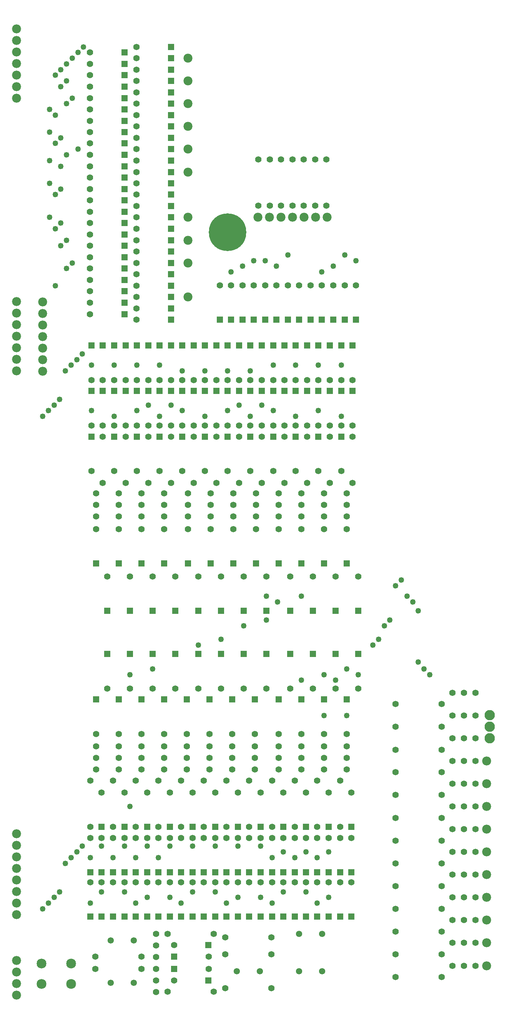
<source format=gts>
G04 MADE WITH FRITZING*
G04 WWW.FRITZING.ORG*
G04 DOUBLE SIDED*
G04 HOLES PLATED*
G04 CONTOUR ON CENTER OF CONTOUR VECTOR*
%ASAXBY*%
%FSLAX23Y23*%
%MOIN*%
%OFA0B0*%
%SFA1.0B1.0*%
%ADD10C,0.085000*%
%ADD11C,0.049370*%
%ADD12C,0.324961*%
%ADD13C,0.054444*%
%ADD14C,0.055000*%
%ADD15C,0.077559*%
%ADD16C,0.089370*%
%ADD17R,0.056000X0.056000*%
%LNMASK1*%
G90*
G70*
G54D10*
X597Y263D03*
X341Y263D03*
X597Y440D03*
X341Y440D03*
G54D11*
X3608Y3048D03*
G54D12*
X1955Y6769D03*
G54D11*
X2280Y6523D03*
X3067Y6523D03*
X2476Y6572D03*
X2378Y6474D03*
X2545Y5174D03*
X2152Y5174D03*
X2742Y5224D03*
X1561Y5224D03*
X1758Y5174D03*
X2349Y5224D03*
X1167Y5224D03*
X1364Y5174D03*
X1955Y5224D03*
X774Y5224D03*
X971Y5174D03*
X3461Y3757D03*
X1699Y3196D03*
G54D13*
X2575Y371D03*
X2775Y371D03*
X2575Y696D03*
X2775Y696D03*
X2034Y371D03*
X2234Y371D03*
X941Y273D03*
X1141Y273D03*
X941Y637D03*
X1141Y637D03*
G54D14*
X3904Y420D03*
X4004Y420D03*
X4104Y420D03*
X3904Y1798D03*
X4004Y1798D03*
X4104Y1798D03*
X1010Y4507D03*
X1010Y4407D03*
X1010Y4307D03*
X2791Y2120D03*
X2791Y2220D03*
X2791Y2320D03*
X3904Y814D03*
X4004Y814D03*
X4104Y814D03*
X3904Y2192D03*
X4004Y2192D03*
X4104Y2192D03*
X1404Y4507D03*
X1404Y4407D03*
X1404Y4307D03*
X2398Y2120D03*
X2398Y2220D03*
X2398Y2320D03*
X3904Y617D03*
X4004Y617D03*
X4104Y617D03*
X3904Y1995D03*
X4004Y1995D03*
X4104Y1995D03*
X1207Y4507D03*
X1207Y4407D03*
X1207Y4307D03*
X2595Y2120D03*
X2595Y2220D03*
X2595Y2320D03*
X3904Y1602D03*
X4004Y1602D03*
X4104Y1602D03*
X813Y4507D03*
X813Y4407D03*
X813Y4307D03*
X2988Y2120D03*
X2988Y2220D03*
X2988Y2320D03*
X3904Y1208D03*
X4004Y1208D03*
X4104Y1208D03*
X3904Y2586D03*
X4004Y2586D03*
X4104Y2586D03*
X1807Y4507D03*
X1807Y4407D03*
X1807Y4307D03*
X1994Y2120D03*
X1994Y2220D03*
X1994Y2320D03*
X2201Y4507D03*
X2201Y4407D03*
X2201Y4307D03*
X1601Y2120D03*
X1601Y2220D03*
X1601Y2320D03*
X3904Y1405D03*
X4004Y1405D03*
X4104Y1405D03*
X3904Y2783D03*
X4004Y2783D03*
X4104Y2783D03*
X2004Y4507D03*
X2004Y4407D03*
X2004Y4307D03*
X1797Y2120D03*
X1797Y2220D03*
X1797Y2320D03*
X3904Y1011D03*
X4004Y1011D03*
X4104Y1011D03*
X3904Y2389D03*
X4004Y2389D03*
X4104Y2389D03*
X1610Y4507D03*
X1610Y4407D03*
X1610Y4307D03*
X2191Y2120D03*
X2191Y2220D03*
X2191Y2320D03*
X2398Y4507D03*
X2398Y4407D03*
X2398Y4307D03*
X1404Y2120D03*
X1404Y2220D03*
X1404Y2320D03*
X2595Y4507D03*
X2595Y4407D03*
X2595Y4307D03*
X1207Y2120D03*
X1207Y2220D03*
X1207Y2320D03*
X2791Y4507D03*
X2791Y4407D03*
X2791Y4307D03*
X1010Y2120D03*
X1010Y2220D03*
X1010Y2320D03*
X2988Y4507D03*
X2988Y4407D03*
X2988Y4307D03*
X813Y2120D03*
X813Y2220D03*
X813Y2320D03*
X1335Y191D03*
X1335Y291D03*
X1335Y391D03*
X1335Y496D03*
X1335Y596D03*
X1335Y696D03*
X1207Y3902D03*
X1207Y4200D03*
X1305Y3491D03*
X1305Y3789D03*
X2693Y3117D03*
X2693Y2819D03*
X1610Y3902D03*
X1610Y4200D03*
X1699Y3491D03*
X1699Y3789D03*
X2289Y3117D03*
X2289Y2819D03*
X813Y3902D03*
X813Y4200D03*
X912Y3491D03*
X912Y3789D03*
X3087Y3117D03*
X3087Y2819D03*
X2004Y3902D03*
X2004Y4200D03*
X2093Y3491D03*
X2093Y3789D03*
X1896Y3117D03*
X1896Y2819D03*
X2398Y3902D03*
X2398Y4200D03*
X2496Y3491D03*
X2496Y3789D03*
X1502Y3117D03*
X1502Y2819D03*
X2791Y3902D03*
X2791Y4200D03*
X2890Y3491D03*
X2890Y3789D03*
X1108Y3117D03*
X1108Y2819D03*
X2595Y2724D03*
X2595Y2426D03*
X2988Y2724D03*
X2988Y2426D03*
X1797Y2724D03*
X1797Y2426D03*
X2191Y2724D03*
X2191Y2426D03*
X1404Y2724D03*
X1404Y2426D03*
X1010Y2724D03*
X1010Y2426D03*
X2939Y5000D03*
X2939Y4702D03*
X862Y1621D03*
X862Y1919D03*
X2152Y5000D03*
X2152Y4702D03*
X1650Y1621D03*
X1650Y1919D03*
X1758Y5000D03*
X1758Y4702D03*
X2043Y1621D03*
X2043Y1919D03*
X2545Y5000D03*
X2545Y4702D03*
X1256Y1621D03*
X1256Y1919D03*
X2595Y3902D03*
X2595Y4200D03*
X2693Y3491D03*
X2693Y3789D03*
X1305Y3117D03*
X1305Y2819D03*
X1807Y3902D03*
X1807Y4200D03*
X1896Y3491D03*
X1896Y3789D03*
X2093Y3117D03*
X2093Y2819D03*
X1404Y3902D03*
X1404Y4200D03*
X1502Y3491D03*
X1502Y3789D03*
X2496Y3117D03*
X2496Y2819D03*
X2201Y3902D03*
X2201Y4200D03*
X2289Y3491D03*
X2289Y3789D03*
X1699Y3117D03*
X1699Y2819D03*
X1010Y3902D03*
X1010Y4200D03*
X1108Y3491D03*
X1108Y3789D03*
X2890Y3117D03*
X2890Y2819D03*
X2988Y3902D03*
X2988Y4200D03*
X3087Y3491D03*
X3087Y3789D03*
X912Y3117D03*
X912Y2819D03*
X2791Y2724D03*
X2791Y2426D03*
X2398Y2724D03*
X2398Y2426D03*
X1994Y2724D03*
X1994Y2426D03*
X1601Y2724D03*
X1601Y2426D03*
X1207Y2724D03*
X1207Y2426D03*
X813Y2724D03*
X813Y2426D03*
X2742Y5000D03*
X2742Y4702D03*
X1059Y1621D03*
X1059Y1919D03*
X971Y5000D03*
X971Y4702D03*
X2831Y1621D03*
X2831Y1919D03*
X1364Y5000D03*
X1364Y4702D03*
X2437Y1621D03*
X2437Y1919D03*
X2349Y5000D03*
X2349Y4702D03*
X1453Y1621D03*
X1453Y1919D03*
X774Y5000D03*
X774Y4702D03*
X3028Y1621D03*
X3028Y1919D03*
X1561Y5000D03*
X1561Y4702D03*
X2240Y1621D03*
X2240Y1919D03*
X1955Y5000D03*
X1955Y4702D03*
X1847Y1621D03*
X1847Y1919D03*
X1167Y5000D03*
X1167Y4702D03*
X2634Y1621D03*
X2634Y1919D03*
X2250Y5787D03*
X2250Y5489D03*
X2772Y6011D03*
X2772Y6309D03*
X2250Y5394D03*
X2250Y5096D03*
X1463Y6798D03*
X1165Y6798D03*
X1059Y6848D03*
X761Y6848D03*
X1551Y1227D03*
X1551Y1525D03*
X1167Y5787D03*
X1167Y5489D03*
X1167Y5394D03*
X1167Y5096D03*
X1463Y7881D03*
X1165Y7881D03*
X1059Y7930D03*
X761Y7930D03*
X2634Y1227D03*
X2634Y1525D03*
X1758Y5787D03*
X1758Y5489D03*
X1758Y5394D03*
X1758Y5096D03*
X1463Y7290D03*
X1165Y7290D03*
X1059Y7340D03*
X761Y7340D03*
X2043Y1227D03*
X2043Y1525D03*
X971Y5787D03*
X971Y5489D03*
X971Y5394D03*
X971Y5096D03*
X1463Y8078D03*
X1165Y8078D03*
X1059Y8127D03*
X761Y8127D03*
X2831Y1227D03*
X2831Y1525D03*
X2545Y5787D03*
X2545Y5489D03*
X2378Y6011D03*
X2378Y6309D03*
X2545Y5394D03*
X2545Y5096D03*
X1463Y6503D03*
X1165Y6503D03*
X1059Y6552D03*
X761Y6552D03*
X1256Y1227D03*
X1256Y1525D03*
X1364Y5787D03*
X1364Y5489D03*
X1364Y5394D03*
X1364Y5096D03*
X1463Y7684D03*
X1165Y7684D03*
X1059Y7733D03*
X761Y7733D03*
X2437Y1227D03*
X2437Y1525D03*
X2349Y5787D03*
X2349Y5489D03*
X2673Y6011D03*
X2673Y6309D03*
X2349Y5394D03*
X2349Y5096D03*
X1463Y6700D03*
X1165Y6700D03*
X1059Y6749D03*
X761Y6749D03*
X1453Y1227D03*
X1453Y1525D03*
X2841Y5787D03*
X2841Y5489D03*
X2083Y6011D03*
X2083Y6309D03*
X2841Y5394D03*
X2841Y5096D03*
X1463Y6208D03*
X1165Y6208D03*
X1059Y6257D03*
X761Y6257D03*
X961Y1227D03*
X961Y1525D03*
X2152Y5787D03*
X2152Y5489D03*
X2870Y6011D03*
X2870Y6309D03*
X2152Y5394D03*
X2152Y5096D03*
X1463Y6897D03*
X1165Y6897D03*
X1059Y6946D03*
X761Y6946D03*
X1650Y1227D03*
X1650Y1525D03*
X2939Y5787D03*
X2939Y5489D03*
X1984Y6011D03*
X1984Y6309D03*
X2939Y5394D03*
X2939Y5096D03*
X1463Y6109D03*
X1165Y6109D03*
X1059Y6159D03*
X761Y6159D03*
X862Y1227D03*
X862Y1525D03*
X1660Y5787D03*
X1660Y5489D03*
X1660Y5394D03*
X1660Y5096D03*
X1463Y7389D03*
X1165Y7389D03*
X1059Y7438D03*
X761Y7438D03*
X2142Y1227D03*
X2142Y1525D03*
X1561Y5787D03*
X1561Y5489D03*
X1561Y5394D03*
X1561Y5096D03*
X1463Y7487D03*
X1165Y7487D03*
X1059Y7537D03*
X761Y7537D03*
X2240Y1227D03*
X2240Y1525D03*
X1955Y5787D03*
X1955Y5489D03*
X3067Y6011D03*
X3067Y6309D03*
X1955Y5394D03*
X1955Y5096D03*
X1463Y7094D03*
X1165Y7094D03*
X1059Y7143D03*
X761Y7143D03*
X1847Y1227D03*
X1847Y1525D03*
X2742Y5787D03*
X2742Y5489D03*
X2181Y6011D03*
X2181Y6309D03*
X2742Y5394D03*
X2742Y5096D03*
X1463Y6306D03*
X1165Y6306D03*
X1059Y6355D03*
X761Y6355D03*
X1059Y1227D03*
X1059Y1525D03*
X1069Y5787D03*
X1069Y5489D03*
X1069Y5394D03*
X1069Y5096D03*
X1463Y7979D03*
X1165Y7979D03*
X1059Y8029D03*
X761Y8029D03*
X2732Y1227D03*
X2732Y1525D03*
X1463Y5787D03*
X1463Y5489D03*
X1463Y5394D03*
X1463Y5096D03*
X1463Y7586D03*
X1165Y7586D03*
X1059Y7635D03*
X761Y7635D03*
X2339Y1227D03*
X2339Y1525D03*
X2053Y5787D03*
X2053Y5489D03*
X2969Y6011D03*
X2969Y6309D03*
X2053Y5394D03*
X2053Y5096D03*
X1463Y6995D03*
X1165Y6995D03*
X1059Y7044D03*
X761Y7044D03*
X1748Y1227D03*
X1748Y1525D03*
X3038Y5787D03*
X3038Y5489D03*
X1886Y6011D03*
X1886Y6309D03*
X3038Y5394D03*
X3038Y5096D03*
X1463Y6011D03*
X1165Y6011D03*
X1059Y6060D03*
X761Y6060D03*
X764Y1227D03*
X764Y1525D03*
X872Y5787D03*
X872Y5489D03*
X872Y5394D03*
X872Y5096D03*
X1463Y8176D03*
X1165Y8176D03*
X1059Y8226D03*
X761Y8226D03*
X2929Y1227D03*
X2929Y1525D03*
X1856Y5787D03*
X1856Y5489D03*
X1856Y5394D03*
X1856Y5096D03*
X1463Y7192D03*
X1165Y7192D03*
X1059Y7241D03*
X761Y7241D03*
X1945Y1227D03*
X1945Y1525D03*
X2644Y5787D03*
X2644Y5489D03*
X2280Y6011D03*
X2280Y6309D03*
X2644Y5394D03*
X2644Y5096D03*
X1463Y6405D03*
X1165Y6405D03*
X1059Y6454D03*
X761Y6454D03*
X1158Y1227D03*
X1158Y1525D03*
X2447Y5787D03*
X2447Y5489D03*
X2575Y6011D03*
X2575Y6309D03*
X2476Y6011D03*
X2476Y6309D03*
X2447Y5394D03*
X2447Y5096D03*
X1463Y6602D03*
X1165Y6602D03*
X1059Y6651D03*
X761Y6651D03*
X1354Y1227D03*
X1354Y1525D03*
X774Y5787D03*
X774Y5489D03*
X774Y5394D03*
X774Y5096D03*
X1463Y8373D03*
X1165Y8373D03*
X1463Y8275D03*
X1165Y8275D03*
X1059Y8324D03*
X761Y8324D03*
X3028Y1227D03*
X3028Y1525D03*
X1266Y5787D03*
X1266Y5489D03*
X1266Y5394D03*
X1266Y5096D03*
X1463Y7783D03*
X1165Y7783D03*
X1059Y7832D03*
X761Y7832D03*
X2536Y1227D03*
X2536Y1525D03*
X3028Y844D03*
X3028Y1142D03*
X2929Y844D03*
X2929Y1142D03*
X2732Y844D03*
X2732Y1142D03*
X2339Y844D03*
X2339Y1142D03*
X2634Y844D03*
X2634Y1142D03*
X2536Y844D03*
X2536Y1142D03*
X2831Y844D03*
X2831Y1142D03*
X2437Y844D03*
X2437Y1142D03*
X1650Y844D03*
X1650Y1142D03*
X1551Y844D03*
X1551Y1142D03*
X2043Y844D03*
X2043Y1142D03*
X1748Y844D03*
X1748Y1142D03*
X2142Y844D03*
X2142Y1142D03*
X2240Y844D03*
X2240Y1142D03*
X1847Y844D03*
X1847Y1142D03*
X1945Y844D03*
X1945Y1142D03*
X1158Y844D03*
X1158Y1142D03*
X1256Y844D03*
X1256Y1142D03*
X1453Y844D03*
X1453Y1142D03*
X1354Y844D03*
X1354Y1142D03*
X961Y844D03*
X961Y1142D03*
X1059Y844D03*
X1059Y1142D03*
X862Y844D03*
X862Y1142D03*
X764Y844D03*
X764Y1142D03*
X1492Y391D03*
X1790Y391D03*
X1492Y499D03*
X1790Y499D03*
X1788Y292D03*
X1490Y292D03*
X1788Y598D03*
X1490Y598D03*
G54D15*
X4199Y617D03*
X4199Y617D03*
X1610Y8078D03*
X1610Y8078D03*
X4199Y420D03*
X4199Y420D03*
X1610Y8275D03*
X1610Y8275D03*
X4199Y1011D03*
X4199Y1011D03*
X1610Y7684D03*
X1610Y7684D03*
X4199Y814D03*
X4199Y814D03*
X1610Y7881D03*
X1610Y7881D03*
X4199Y1405D03*
X4199Y1405D03*
X1610Y7290D03*
X1610Y7290D03*
X4199Y1208D03*
X4199Y1208D03*
X1610Y7487D03*
X1610Y7487D03*
X4199Y1798D03*
X4199Y1798D03*
X1610Y6700D03*
X1610Y6700D03*
X4199Y1602D03*
X4199Y1602D03*
X1610Y6897D03*
X1610Y6897D03*
X4199Y1995D03*
X4199Y1995D03*
X1610Y6503D03*
X1610Y6503D03*
X4199Y2192D03*
X4199Y2192D03*
X1610Y6208D03*
X1610Y6208D03*
G54D16*
X4228Y2389D03*
X4228Y2489D03*
X4228Y2589D03*
G54D15*
X2217Y6898D03*
X2317Y6898D03*
X2417Y6898D03*
X2517Y6898D03*
X2617Y6898D03*
X2717Y6898D03*
X2817Y6898D03*
X2217Y6898D03*
X2317Y6898D03*
X2417Y6898D03*
X2517Y6898D03*
X2617Y6898D03*
X2717Y6898D03*
X2817Y6898D03*
X351Y5565D03*
X351Y5665D03*
X351Y5765D03*
X351Y5865D03*
X351Y5965D03*
X351Y6065D03*
X351Y6165D03*
X351Y5565D03*
X351Y5665D03*
X351Y5765D03*
X351Y5865D03*
X351Y5965D03*
X351Y6065D03*
X351Y6165D03*
X124Y5568D03*
X124Y5668D03*
X124Y5768D03*
X124Y5868D03*
X124Y5968D03*
X124Y6068D03*
X124Y6168D03*
X124Y5568D03*
X124Y5668D03*
X124Y5768D03*
X124Y5868D03*
X124Y5968D03*
X124Y6068D03*
X124Y6168D03*
X124Y165D03*
X124Y265D03*
X124Y365D03*
X124Y465D03*
X124Y165D03*
X124Y265D03*
X124Y365D03*
X124Y465D03*
X124Y862D03*
X124Y962D03*
X124Y1062D03*
X124Y1162D03*
X124Y1262D03*
X124Y1362D03*
X124Y1462D03*
X124Y1562D03*
X124Y862D03*
X124Y962D03*
X124Y1062D03*
X124Y1162D03*
X124Y1262D03*
X124Y1362D03*
X124Y1462D03*
X124Y1562D03*
X124Y7930D03*
X124Y8030D03*
X124Y8130D03*
X124Y8230D03*
X124Y8330D03*
X124Y8430D03*
X124Y8530D03*
X124Y7930D03*
X124Y8030D03*
X124Y8130D03*
X124Y8230D03*
X124Y8330D03*
X124Y8430D03*
X124Y8530D03*
G54D11*
X1847Y1454D03*
X2240Y1454D03*
X1650Y1454D03*
X1059Y1454D03*
X1453Y1454D03*
X1256Y1454D03*
X862Y1454D03*
X2988Y2586D03*
X3412Y3708D03*
X2595Y3619D03*
X2289Y3619D03*
X2388Y3570D03*
X2289Y3413D03*
X2093Y3363D03*
X1896Y3245D03*
X3215Y3196D03*
X3608Y3491D03*
X3510Y3619D03*
X3559Y3570D03*
X3362Y3413D03*
X3313Y3363D03*
X3264Y3245D03*
X1305Y2989D03*
X2988Y2989D03*
X3658Y2989D03*
X3707Y2940D03*
X1108Y2940D03*
X2791Y2940D03*
X3087Y2940D03*
X2890Y2891D03*
X2595Y2891D03*
X2791Y2586D03*
X2634Y1405D03*
X2437Y1405D03*
X2831Y1405D03*
X2536Y1355D03*
X2339Y1355D03*
X2732Y1355D03*
X1354Y1355D03*
X961Y1355D03*
X764Y1355D03*
X1158Y1355D03*
X2634Y1060D03*
X2437Y1060D03*
X1847Y1060D03*
X1650Y1060D03*
X1059Y1060D03*
X862Y1060D03*
X1256Y1011D03*
X1453Y1011D03*
X2043Y1011D03*
X2240Y1011D03*
X2831Y1011D03*
X2732Y962D03*
X2339Y962D03*
X1945Y962D03*
X1551Y962D03*
X1158Y962D03*
X764Y962D03*
X695Y5716D03*
X1108Y1798D03*
X695Y1454D03*
X459Y6306D03*
X557Y6454D03*
X606Y6503D03*
X508Y6651D03*
X557Y6700D03*
X508Y6848D03*
X459Y6798D03*
X410Y6897D03*
X508Y7143D03*
X459Y7094D03*
X410Y7192D03*
X508Y7340D03*
X410Y7389D03*
X557Y7438D03*
X656Y7487D03*
X459Y7537D03*
X508Y7586D03*
X410Y7635D03*
X459Y7783D03*
X410Y7832D03*
X557Y7881D03*
X606Y7930D03*
X508Y8029D03*
X557Y8078D03*
X459Y8127D03*
X508Y8176D03*
X557Y8226D03*
X606Y8275D03*
X656Y8324D03*
X705Y8373D03*
X646Y5666D03*
X646Y1405D03*
X597Y5617D03*
X597Y1355D03*
X2969Y6572D03*
X2181Y6523D03*
X2083Y6474D03*
X2870Y6474D03*
X2772Y6424D03*
X1984Y6424D03*
X547Y5568D03*
X547Y1306D03*
X2545Y5617D03*
X2742Y5617D03*
X2939Y5617D03*
X2349Y5617D03*
X971Y5617D03*
X1167Y5617D03*
X1364Y5617D03*
X774Y5617D03*
X1955Y5568D03*
X2152Y5568D03*
X1561Y5568D03*
X1758Y5568D03*
X2250Y5273D03*
X2053Y5273D03*
X1463Y5273D03*
X1266Y5273D03*
X498Y5322D03*
X498Y1060D03*
X449Y5273D03*
X449Y1011D03*
X400Y5224D03*
X400Y962D03*
X2939Y5174D03*
X351Y5174D03*
X351Y913D03*
X2043Y1454D03*
G54D14*
X1433Y194D03*
X1833Y194D03*
X807Y391D03*
X1207Y391D03*
X807Y499D03*
X1207Y499D03*
X1266Y5000D03*
X1266Y4600D03*
X2536Y1621D03*
X2536Y2021D03*
X1069Y5000D03*
X1069Y4600D03*
X2732Y1621D03*
X2732Y2021D03*
X872Y5000D03*
X872Y4600D03*
X2929Y1621D03*
X2929Y2021D03*
X1463Y5000D03*
X1463Y4600D03*
X2339Y1621D03*
X2339Y2021D03*
X2053Y5000D03*
X2053Y4600D03*
X1748Y1621D03*
X1748Y2021D03*
X1856Y5000D03*
X1856Y4600D03*
X1945Y1621D03*
X1945Y2021D03*
X1660Y5000D03*
X1660Y4600D03*
X2142Y1621D03*
X2142Y2021D03*
X2250Y5000D03*
X2250Y4600D03*
X1551Y1621D03*
X1551Y2021D03*
X2644Y5000D03*
X2644Y4600D03*
X1158Y1621D03*
X1158Y2021D03*
X2319Y7399D03*
X2319Y6999D03*
X2417Y7399D03*
X2417Y6999D03*
X2219Y7399D03*
X2219Y6999D03*
X2811Y7399D03*
X2811Y6999D03*
X2713Y7399D03*
X2713Y6999D03*
X2614Y7399D03*
X2614Y6999D03*
X2516Y7399D03*
X2516Y6999D03*
X2447Y5000D03*
X2447Y4600D03*
X1354Y1621D03*
X1354Y2021D03*
X2841Y5000D03*
X2841Y4600D03*
X961Y1621D03*
X961Y2021D03*
X3038Y5000D03*
X3038Y4600D03*
X764Y1621D03*
X764Y2021D03*
X1935Y224D03*
X2335Y224D03*
X1935Y519D03*
X2335Y519D03*
X3412Y322D03*
X3812Y322D03*
X3412Y519D03*
X3812Y519D03*
X3412Y716D03*
X3812Y716D03*
X3412Y913D03*
X3812Y913D03*
X3412Y1109D03*
X3812Y1109D03*
X3412Y1306D03*
X3812Y1306D03*
X3412Y1503D03*
X3812Y1503D03*
X3412Y1700D03*
X3812Y1700D03*
X3412Y1897D03*
X3812Y1897D03*
X3412Y2094D03*
X3812Y2094D03*
X3412Y2290D03*
X3812Y2290D03*
X3412Y2487D03*
X3812Y2487D03*
X3412Y2684D03*
X3812Y2684D03*
X1935Y666D03*
X2335Y666D03*
X1433Y696D03*
X1833Y696D03*
G54D17*
X1207Y3902D03*
X1305Y3491D03*
X2693Y3117D03*
X1610Y3902D03*
X1699Y3491D03*
X2289Y3117D03*
X813Y3902D03*
X912Y3491D03*
X3087Y3117D03*
X2004Y3902D03*
X2093Y3491D03*
X1896Y3117D03*
X2398Y3902D03*
X2496Y3491D03*
X1502Y3117D03*
X2791Y3902D03*
X2890Y3491D03*
X1108Y3117D03*
X2595Y2724D03*
X2988Y2724D03*
X1797Y2724D03*
X2191Y2724D03*
X1404Y2724D03*
X1010Y2724D03*
X2939Y5000D03*
X862Y1621D03*
X2152Y5000D03*
X1650Y1621D03*
X1758Y5000D03*
X2043Y1621D03*
X2545Y5000D03*
X1256Y1621D03*
X2595Y3902D03*
X2693Y3491D03*
X1305Y3117D03*
X1807Y3902D03*
X1896Y3491D03*
X2093Y3117D03*
X1404Y3902D03*
X1502Y3491D03*
X2496Y3117D03*
X2201Y3902D03*
X2289Y3491D03*
X1699Y3117D03*
X1010Y3902D03*
X1108Y3491D03*
X2890Y3117D03*
X2988Y3902D03*
X3087Y3491D03*
X912Y3117D03*
X2791Y2724D03*
X2398Y2724D03*
X1994Y2724D03*
X1601Y2724D03*
X1207Y2724D03*
X813Y2724D03*
X2742Y5000D03*
X1059Y1621D03*
X971Y5000D03*
X2831Y1621D03*
X1364Y5000D03*
X2437Y1621D03*
X2349Y5000D03*
X1453Y1621D03*
X774Y5000D03*
X3028Y1621D03*
X1561Y5000D03*
X2240Y1621D03*
X1955Y5000D03*
X1847Y1621D03*
X1167Y5000D03*
X2634Y1621D03*
X2250Y5787D03*
X2772Y6011D03*
X2250Y5394D03*
X1463Y6798D03*
X1059Y6848D03*
X1551Y1227D03*
X1167Y5787D03*
X1167Y5394D03*
X1463Y7881D03*
X1059Y7930D03*
X2634Y1227D03*
X1758Y5787D03*
X1758Y5394D03*
X1463Y7290D03*
X1059Y7340D03*
X2043Y1227D03*
X971Y5787D03*
X971Y5394D03*
X1463Y8078D03*
X1059Y8127D03*
X2831Y1227D03*
X2545Y5787D03*
X2378Y6011D03*
X2545Y5394D03*
X1463Y6503D03*
X1059Y6552D03*
X1256Y1227D03*
X1364Y5787D03*
X1364Y5394D03*
X1463Y7684D03*
X1059Y7733D03*
X2437Y1227D03*
X2349Y5787D03*
X2673Y6011D03*
X2349Y5394D03*
X1463Y6700D03*
X1059Y6749D03*
X1453Y1227D03*
X2841Y5787D03*
X2083Y6011D03*
X2841Y5394D03*
X1463Y6208D03*
X1059Y6257D03*
X961Y1227D03*
X2152Y5787D03*
X2870Y6011D03*
X2152Y5394D03*
X1463Y6897D03*
X1059Y6946D03*
X1650Y1227D03*
X2939Y5787D03*
X1984Y6011D03*
X2939Y5394D03*
X1463Y6109D03*
X1059Y6159D03*
X862Y1227D03*
X1660Y5787D03*
X1660Y5394D03*
X1463Y7389D03*
X1059Y7438D03*
X2142Y1227D03*
X1561Y5787D03*
X1561Y5394D03*
X1463Y7487D03*
X1059Y7537D03*
X2240Y1227D03*
X1955Y5787D03*
X3067Y6011D03*
X1955Y5394D03*
X1463Y7094D03*
X1059Y7143D03*
X1847Y1227D03*
X2742Y5787D03*
X2181Y6011D03*
X2742Y5394D03*
X1463Y6306D03*
X1059Y6355D03*
X1059Y1227D03*
X1069Y5787D03*
X1069Y5394D03*
X1463Y7979D03*
X1059Y8029D03*
X2732Y1227D03*
X1463Y5787D03*
X1463Y5394D03*
X1463Y7586D03*
X1059Y7635D03*
X2339Y1227D03*
X2053Y5787D03*
X2969Y6011D03*
X2053Y5394D03*
X1463Y6995D03*
X1059Y7044D03*
X1748Y1227D03*
X3038Y5787D03*
X1886Y6011D03*
X3038Y5394D03*
X1463Y6011D03*
X1059Y6060D03*
X764Y1227D03*
X872Y5787D03*
X872Y5394D03*
X1463Y8176D03*
X1059Y8226D03*
X2929Y1227D03*
X1856Y5787D03*
X1856Y5394D03*
X1463Y7192D03*
X1059Y7241D03*
X1945Y1227D03*
X2644Y5787D03*
X2280Y6011D03*
X2644Y5394D03*
X1463Y6405D03*
X1059Y6454D03*
X1158Y1227D03*
X2447Y5787D03*
X2575Y6011D03*
X2476Y6011D03*
X2447Y5394D03*
X1463Y6602D03*
X1059Y6651D03*
X1354Y1227D03*
X774Y5787D03*
X774Y5394D03*
X1463Y8373D03*
X1463Y8275D03*
X1059Y8324D03*
X3028Y1227D03*
X1266Y5787D03*
X1266Y5394D03*
X1463Y7783D03*
X1059Y7832D03*
X2536Y1227D03*
X3028Y844D03*
X2929Y844D03*
X2732Y844D03*
X2339Y844D03*
X2634Y844D03*
X2536Y844D03*
X2831Y844D03*
X2437Y844D03*
X1650Y844D03*
X1551Y844D03*
X2043Y844D03*
X1748Y844D03*
X2142Y844D03*
X2240Y844D03*
X1847Y844D03*
X1945Y844D03*
X1158Y844D03*
X1256Y844D03*
X1453Y844D03*
X1354Y844D03*
X961Y844D03*
X1059Y844D03*
X862Y844D03*
X764Y844D03*
X1492Y391D03*
X1492Y499D03*
X1788Y292D03*
X1788Y598D03*
G04 End of Mask1*
M02*
</source>
